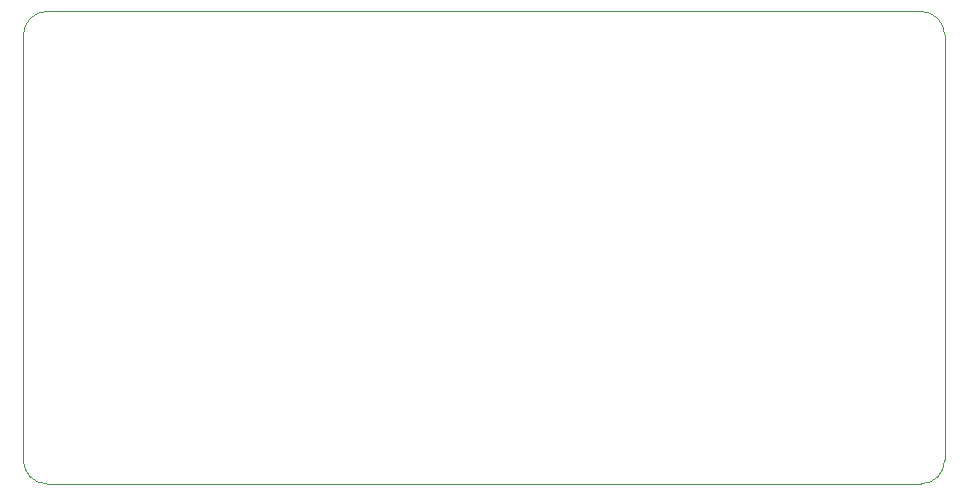
<source format=gbr>
G04 #@! TF.GenerationSoftware,KiCad,Pcbnew,5.99.0-unknown-df3fabf~86~ubuntu18.04.1*
G04 #@! TF.CreationDate,2019-10-30T18:29:12-04:00*
G04 #@! TF.ProjectId,node_base,6e6f6465-5f62-4617-9365-2e6b69636164,rev?*
G04 #@! TF.SameCoordinates,Original*
G04 #@! TF.FileFunction,Profile,NP*
%FSLAX46Y46*%
G04 Gerber Fmt 4.6, Leading zero omitted, Abs format (unit mm)*
G04 Created by KiCad (PCBNEW 5.99.0-unknown-df3fabf~86~ubuntu18.04.1) date 2019-10-30 18:29:12*
%MOMM*%
%LPD*%
G04 APERTURE LIST*
%ADD10C,0.050000*%
G04 APERTURE END LIST*
D10*
X157000000Y-70000000D02*
G75*
G02X159000000Y-72000000I0J-2000000D01*
G01*
X159000000Y-108000000D02*
G75*
G02X157000000Y-110000000I-2000000J0D01*
G01*
X83000000Y-110000000D02*
G75*
G02X81000000Y-108000000I0J2000000D01*
G01*
X81000000Y-72000000D02*
G75*
G02X83000000Y-70000000I2000000J0D01*
G01*
X157000000Y-70000000D02*
X83000000Y-70000000D01*
X159000000Y-108000000D02*
X159000000Y-72000000D01*
X83000000Y-110000000D02*
X157000000Y-110000000D01*
X81000000Y-72000000D02*
X81000000Y-108000000D01*
M02*

</source>
